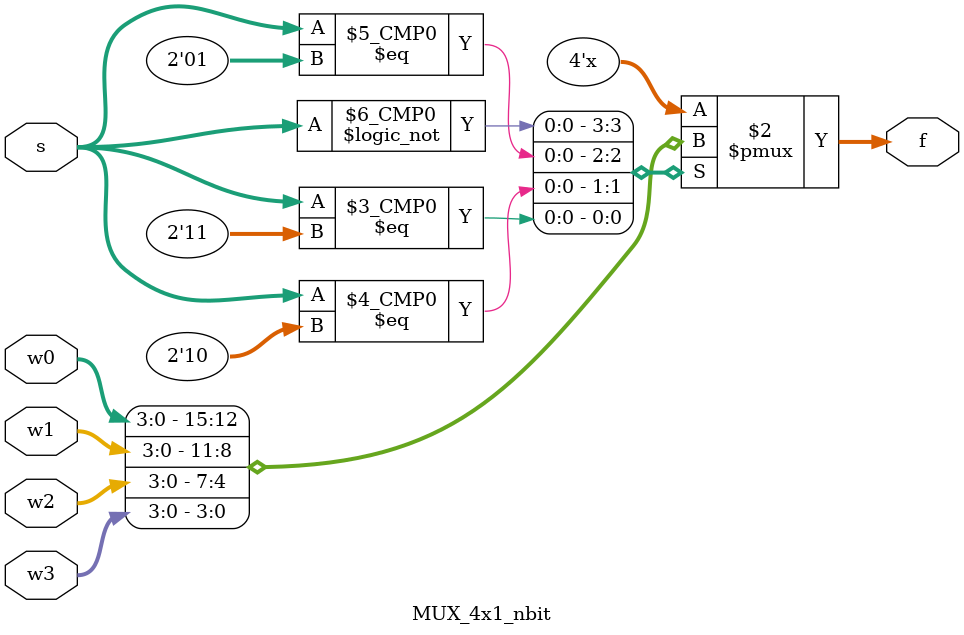
<source format=v>
`timescale 1ns / 1ps


module MUX_4x1_nbit
    #(parameter bit = 4)
    (
        input [bit-1:0]w0,w1,w2,w3,
        input [1:0]s,
        output reg [bit-1:0]f
    );
    always @(*)
    begin
        f = 'bx ;
        case(s)
            2'd0 : f = w0;
            2'd1 : f = w1;
            2'd2 : f = w2;
            2'd3 : f = w3;
            default : f = 'bx;
        endcase
    end
endmodule

</source>
